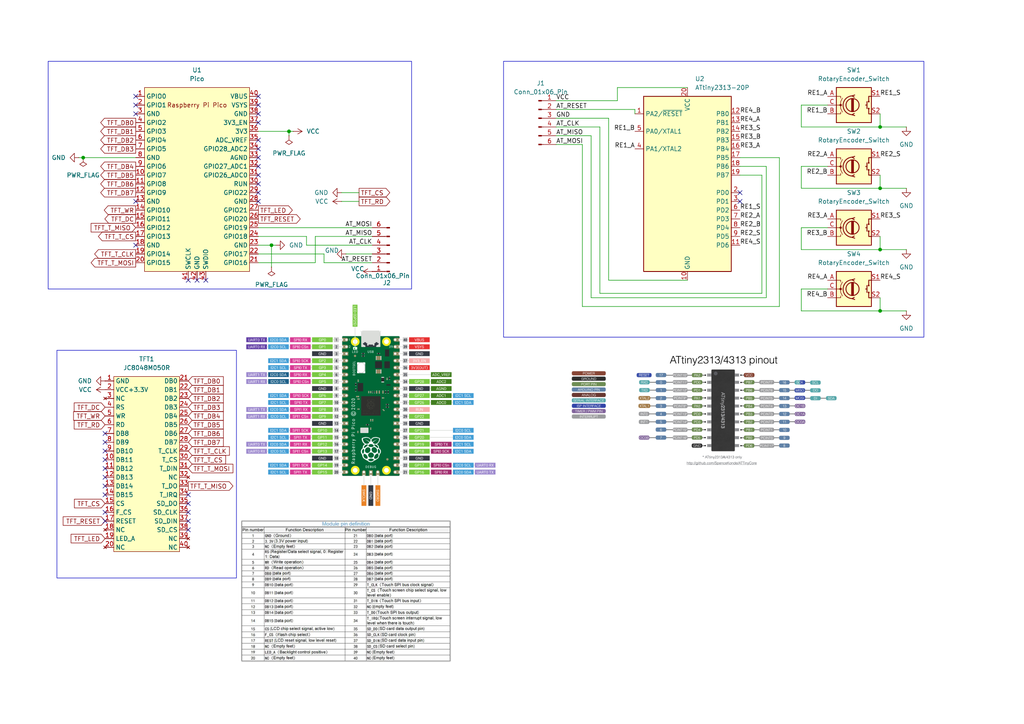
<source format=kicad_sch>
(kicad_sch (version 20231120) (generator "eeschema") (generator_version "8.0")
  (paper "A4")
  (title_block (title "FakeDeck - StreamDeck+") (company "syuchan1005"))
  (lib_symbols
    (symbol "Connector:Conn_01x06_Pin" (pin_names (offset 1.016) hide)
      (property "Reference" "J" (at 0 7.62 0))
      (property "Value" "Conn_01x06_Pin" (at 0 -10.16 0))
      (symbol "Conn_01x06_Pin_1_1"
        (polyline (pts (xy 1.27 -7.62) (xy 0.8636 -7.62)) (stroke (width 0.1524)))
        (polyline (pts (xy 1.27 -5.08) (xy 0.8636 -5.08)) (stroke (width 0.1524)))
        (polyline (pts (xy 1.27 -2.54) (xy 0.8636 -2.54)) (stroke (width 0.1524)))
        (polyline (pts (xy 1.27 0) (xy 0.8636 0)) (stroke (width 0.1524)))
        (polyline (pts (xy 1.27 2.54) (xy 0.8636 2.54)) (stroke (width 0.1524)))
        (polyline (pts (xy 1.27 5.08) (xy 0.8636 5.08)) (stroke (width 0.1524)))
        (rectangle (start 0.8636 -7.493) (end 0 -7.747) (stroke (width 0.1524)) (fill (type outline)))
        (rectangle (start 0.8636 -4.953) (end 0 -5.207) (stroke (width 0.1524)) (fill (type outline)))
        (rectangle (start 0.8636 -2.413) (end 0 -2.667) (stroke (width 0.1524)) (fill (type outline)))
        (rectangle (start 0.8636 0.127) (end 0 -0.127) (stroke (width 0.1524)) (fill (type outline)))
        (rectangle (start 0.8636 2.667) (end 0 2.413) (stroke (width 0.1524)) (fill (type outline)))
        (rectangle (start 0.8636 5.207) (end 0 4.953) (stroke (width 0.1524)) (fill (type outline)))
        (pin passive line (at 5.08 5.08 180) (length 3.81) (name "Pin_1") (number "1"))
        (pin passive line (at 5.08 2.54 180) (length 3.81) (name "Pin_2") (number "2"))
        (pin passive line (at 5.08 0 180) (length 3.81) (name "Pin_3") (number "3"))
        (pin passive line (at 5.08 -2.54 180) (length 3.81) (name "Pin_4") (number "4"))
        (pin passive line (at 5.08 -5.08 180) (length 3.81) (name "Pin_5") (number "5"))
        (pin passive line (at 5.08 -7.62 180) (length 3.81) (name "Pin_6") (number "6"))
      )
    )
    (symbol "Device:RotaryEncoder_Switch" (pin_names (offset 0.254) hide)
      (property "Reference" "SW" (at 0 6.604 0))
      (property "Value" "RotaryEncoder_Switch" (at 0 -6.604 0))
      (symbol "RotaryEncoder_Switch_0_1"
        (rectangle (start -5.08 5.08) (end 5.08 -5.08) (stroke (width 0.254)) (fill (type background)))
        (circle (center -3.81 0) (radius 0.254) (fill (type outline)))
        (circle (center -0.381 0) (radius 1.905) (stroke (width 0.254)))
        (arc (start -0.381 2.667) (mid -3.0988 -0.0635) (end -0.381 -2.794) (stroke (width 0.254)))
        (polyline (pts (xy -0.635 -1.778) (xy -0.635 1.778)) (stroke (width 0.254)))
        (polyline (pts (xy -0.381 -1.778) (xy -0.381 1.778)) (stroke (width 0.254)))
        (polyline (pts (xy -0.127 1.778) (xy -0.127 -1.778)) (stroke (width 0.254)))
        (polyline (pts (xy 3.81 0) (xy 3.429 0)) (stroke (width 0.254)))
        (polyline (pts (xy 3.81 1.016) (xy 3.81 -1.016)) (stroke (width 0.254)))
        (polyline (pts (xy -5.08 -2.54) (xy -3.81 -2.54) (xy -3.81 -2.032)))
        (polyline (pts (xy -5.08 2.54) (xy -3.81 2.54) (xy -3.81 2.032)))
        (polyline (pts (xy 0.254 -3.048) (xy -0.508 -2.794) (xy 0.127 -2.413)) (stroke (width 0.254)))
        (polyline (pts (xy 0.254 2.921) (xy -0.508 2.667) (xy 0.127 2.286)) (stroke (width 0.254)))
        (polyline (pts (xy 5.08 -2.54) (xy 4.318 -2.54) (xy 4.318 -1.016)) (stroke (width 0.254)))
        (polyline (pts (xy 5.08 2.54) (xy 4.318 2.54) (xy 4.318 1.016)) (stroke (width 0.254)))
        (polyline (pts (xy -5.08 0) (xy -3.81 0) (xy -3.81 -1.016) (xy -3.302 -2.032)))
        (polyline (pts (xy -4.318 0) (xy -3.81 0) (xy -3.81 1.016) (xy -3.302 2.032)))
        (circle (center 4.318 -1.016) (radius 0.127) (stroke (width 0.254)))
        (circle (center 4.318 1.016) (radius 0.127) (stroke (width 0.254)))
      )
      (symbol "RotaryEncoder_Switch_1_1"
        (pin passive line (at -7.62 2.54 0) (length 2.54) (name "A") (number "A"))
        (pin passive line (at -7.62 -2.54 0) (length 2.54) (name "B") (number "B"))
        (pin passive line (at -7.62 0 0) (length 2.54) (name "C") (number "C"))
        (pin passive line (at 7.62 2.54 180) (length 2.54) (name "S1") (number "S1"))
        (pin passive line (at 7.62 -2.54 180) (length 2.54) (name "S2") (number "S2"))
      )
    )
    (symbol "MCU_Microchip_ATtiny:ATtiny2313-20P"
      (property "Reference" "U" (at -12.7 26.67 0))
      (property "Value" "ATtiny2313-20P" (at 2.54 -26.67 0))
      (symbol "ATtiny2313-20P_0_1"
        (rectangle (start -12.7 -25.4) (end 12.7 25.4) (stroke (width 0.254)) (fill (type background)))
      )
      (symbol "ATtiny2313-20P_1_1"
        (pin bidirectional line (at -15.24 20.32 0) (length 2.54) (name "PA2/~{RESET}") (number "1"))
        (pin power_in line (at 0 -27.94 90) (length 2.54) (name "GND") (number "10"))
        (pin bidirectional line (at 15.24 -17.78 180) (length 2.54) (name "PD6") (number "11"))
        (pin bidirectional line (at 15.24 20.32 180) (length 2.54) (name "PB0") (number "12"))
        (pin bidirectional line (at 15.24 17.78 180) (length 2.54) (name "PB1") (number "13"))
        (pin bidirectional line (at 15.24 15.24 180) (length 2.54) (name "PB2") (number "14"))
        (pin bidirectional line (at 15.24 12.7 180) (length 2.54) (name "PB3") (number "15"))
        (pin bidirectional line (at 15.24 10.16 180) (length 2.54) (name "PB4") (number "16"))
        (pin bidirectional line (at 15.24 7.62 180) (length 2.54) (name "PB5") (number "17"))
        (pin bidirectional line (at 15.24 5.08 180) (length 2.54) (name "PB6") (number "18"))
        (pin bidirectional line (at 15.24 2.54 180) (length 2.54) (name "PB7") (number "19"))
        (pin bidirectional line (at 15.24 -2.54 180) (length 2.54) (name "PD0") (number "2"))
        (pin power_in line (at 0 27.94 270) (length 2.54) (name "VCC") (number "20"))
        (pin bidirectional line (at 15.24 -5.08 180) (length 2.54) (name "PD1") (number "3"))
        (pin bidirectional line (at -15.24 10.16 0) (length 2.54) (name "PA1/XTAL2") (number "4"))
        (pin bidirectional line (at -15.24 15.24 0) (length 2.54) (name "PA0/XTAL1") (number "5"))
        (pin bidirectional line (at 15.24 -7.62 180) (length 2.54) (name "PD2") (number "6"))
        (pin bidirectional line (at 15.24 -10.16 180) (length 2.54) (name "PD3") (number "7"))
        (pin bidirectional line (at 15.24 -12.7 180) (length 2.54) (name "PD4") (number "8"))
        (pin bidirectional line (at 15.24 -15.24 180) (length 2.54) (name "PD5") (number "9"))
      )
    )
    (symbol "MCU_RaspberryPi_and_Boards:Pico"
      (property "Reference" "U" (at -13.97 27.94 0))
      (property "Value" "Pico" (at 0 19.05 0))
      (symbol "Pico_0_0"
        (text "Raspberry Pi Pico" (at 0 21.59 0) (effects (font (size 1.27 1.27))))
      )
      (symbol "Pico_0_1"
        (rectangle (start -15.24 26.67) (end 15.24 -26.67) (fill (type background)))
      )
      (symbol "Pico_1_1"
        (pin bidirectional line (at -17.78 24.13 0) (length 2.54) (name "GPIO0") (number "1"))
        (pin bidirectional line (at -17.78 1.27 0) (length 2.54) (name "GPIO7") (number "10"))
        (pin bidirectional line (at -17.78 -1.27 0) (length 2.54) (name "GPIO8") (number "11"))
        (pin bidirectional line (at -17.78 -3.81 0) (length 2.54) (name "GPIO9") (number "12"))
        (pin power_in line (at -17.78 -6.35 0) (length 2.54) (name "GND") (number "13"))
        (pin bidirectional line (at -17.78 -8.89 0) (length 2.54) (name "GPIO10") (number "14"))
        (pin bidirectional line (at -17.78 -11.43 0) (length 2.54) (name "GPIO11") (number "15"))
        (pin bidirectional line (at -17.78 -13.97 0) (length 2.54) (name "GPIO12") (number "16"))
        (pin bidirectional line (at -17.78 -16.51 0) (length 2.54) (name "GPIO13") (number "17"))
        (pin power_in line (at -17.78 -19.05 0) (length 2.54) (name "GND") (number "18"))
        (pin bidirectional line (at -17.78 -21.59 0) (length 2.54) (name "GPIO14") (number "19"))
        (pin bidirectional line (at -17.78 21.59 0) (length 2.54) (name "GPIO1") (number "2"))
        (pin bidirectional line (at -17.78 -24.13 0) (length 2.54) (name "GPIO15") (number "20"))
        (pin bidirectional line (at 17.78 -24.13 180) (length 2.54) (name "GPIO16") (number "21"))
        (pin bidirectional line (at 17.78 -21.59 180) (length 2.54) (name "GPIO17") (number "22"))
        (pin power_in line (at 17.78 -19.05 180) (length 2.54) (name "GND") (number "23"))
        (pin bidirectional line (at 17.78 -16.51 180) (length 2.54) (name "GPIO18") (number "24"))
        (pin bidirectional line (at 17.78 -13.97 180) (length 2.54) (name "GPIO19") (number "25"))
        (pin bidirectional line (at 17.78 -11.43 180) (length 2.54) (name "GPIO20") (number "26"))
        (pin bidirectional line (at 17.78 -8.89 180) (length 2.54) (name "GPIO21") (number "27"))
        (pin power_in line (at 17.78 -6.35 180) (length 2.54) (name "GND") (number "28"))
        (pin bidirectional line (at 17.78 -3.81 180) (length 2.54) (name "GPIO22") (number "29"))
        (pin power_in line (at -17.78 19.05 0) (length 2.54) (name "GND") (number "3"))
        (pin input line (at 17.78 -1.27 180) (length 2.54) (name "RUN") (number "30"))
        (pin bidirectional line (at 17.78 1.27 180) (length 2.54) (name "GPIO26_ADC0") (number "31"))
        (pin bidirectional line (at 17.78 3.81 180) (length 2.54) (name "GPIO27_ADC1") (number "32"))
        (pin power_in line (at 17.78 6.35 180) (length 2.54) (name "AGND") (number "33"))
        (pin bidirectional line (at 17.78 8.89 180) (length 2.54) (name "GPIO28_ADC2") (number "34"))
        (pin power_in line (at 17.78 11.43 180) (length 2.54) (name "ADC_VREF") (number "35"))
        (pin power_in line (at 17.78 13.97 180) (length 2.54) (name "3V3") (number "36"))
        (pin input line (at 17.78 16.51 180) (length 2.54) (name "3V3_EN") (number "37"))
        (pin bidirectional line (at 17.78 19.05 180) (length 2.54) (name "GND") (number "38"))
        (pin power_in line (at 17.78 21.59 180) (length 2.54) (name "VSYS") (number "39"))
        (pin bidirectional line (at -17.78 16.51 0) (length 2.54) (name "GPIO2") (number "4"))
        (pin power_in line (at 17.78 24.13 180) (length 2.54) (name "VBUS") (number "40"))
        (pin input line (at -2.54 -29.21 90) (length 2.54) (name "SWCLK") (number "41"))
        (pin power_in line (at 0 -29.21 90) (length 2.54) (name "GND") (number "42"))
        (pin bidirectional line (at 2.54 -29.21 90) (length 2.54) (name "SWDIO") (number "43"))
        (pin bidirectional line (at -17.78 13.97 0) (length 2.54) (name "GPIO3") (number "5"))
        (pin bidirectional line (at -17.78 11.43 0) (length 2.54) (name "GPIO4") (number "6"))
        (pin bidirectional line (at -17.78 8.89 0) (length 2.54) (name "GPIO5") (number "7"))
        (pin power_in line (at -17.78 6.35 0) (length 2.54) (name "GND") (number "8"))
        (pin bidirectional line (at -17.78 3.81 0) (length 2.54) (name "GPIO6") (number "9"))
      )
    )
    (symbol "TFT:JC8048M050R"
      (property "Reference" "TFT" (at -8.128 26.924 0))
      (property "Value" "JC8048M050R" (at 2.286 26.924 0))
      (symbol "JC8048M050R_0_0"
        (pin power_in line (at -12.7 24.13 0) (length 2.54) (name "GND") (number "1"))
        (pin input line (at -12.7 1.27 0) (length 2.54) (name "DB11") (number "10"))
        (pin input line (at -12.7 -1.27 0) (length 2.54) (name "DB12") (number "11"))
        (pin input line (at -12.7 -3.81 0) (length 2.54) (name "DB13") (number "12"))
        (pin input line (at -12.7 -6.35 0) (length 2.54) (name "DB14") (number "13"))
        (pin input line (at -12.7 -8.89 0) (length 2.54) (name "DB15") (number "14"))
        (pin input line (at -12.7 -11.43 0) (length 2.54) (name "CS") (number "15"))
        (pin input line (at -12.7 -13.97 0) (length 2.54) (name "F_CS") (number "16"))
        (pin input line (at -12.7 -16.51 0) (length 2.54) (name "RESET") (number "17"))
        (pin no_connect line (at -12.7 -19.05 0) (length 2.54) (name "NC") (number "18"))
        (pin power_in line (at -12.7 21.59 0) (length 2.54) (name "VCC+3.3V") (number "2"))
        (pin no_connect line (at -12.7 -24.13 0) (length 2.54) (name "NC") (number "20"))
        (pin input line (at 11.43 24.13 180) (length 2.54) (name "DB0") (number "21"))
        (pin input line (at 11.43 21.59 180) (length 2.54) (name "DB1") (number "22"))
        (pin input line (at 11.43 19.05 180) (length 2.54) (name "DB2") (number "23"))
        (pin input line (at 11.43 16.51 180) (length 2.54) (name "DB3") (number "24"))
        (pin input line (at 11.43 13.97 180) (length 2.54) (name "DB4") (number "25"))
        (pin input line (at 11.43 11.43 180) (length 2.54) (name "DB5") (number "26"))
        (pin input line (at 11.43 8.89 180) (length 2.54) (name "DB6") (number "27"))
        (pin input line (at 11.43 6.35 180) (length 2.54) (name "DB7") (number "28"))
        (pin input line (at 11.43 3.81 180) (length 2.54) (name "T_CLK") (number "29"))
        (pin no_connect line (at -12.7 19.05 0) (length 2.54) (name "NC") (number "3"))
        (pin input line (at 11.43 1.27 180) (length 2.54) (name "T_CS") (number "30"))
        (pin input line (at 11.43 -1.27 180) (length 2.54) (name "T_DIN") (number "31"))
        (pin no_connect line (at 11.43 -3.81 180) (length 2.54) (name "NC") (number "32"))
        (pin output line (at 11.43 -6.35 180) (length 2.54) (name "T_DO") (number "33"))
        (pin output line (at 11.43 -8.89 180) (length 2.54) (name "T_IRQ") (number "34"))
        (pin output line (at 11.43 -11.43 180) (length 2.54) (name "SD_DO") (number "35"))
        (pin input line (at 11.43 -13.97 180) (length 2.54) (name "SD_CLK") (number "36"))
        (pin input line (at 11.43 -16.51 180) (length 2.54) (name "SD_DIN") (number "37"))
        (pin input line (at 11.43 -19.05 180) (length 2.54) (name "SD_CS") (number "38"))
        (pin no_connect line (at 11.43 -21.59 180) (length 2.54) (name "NC") (number "39"))
        (pin input line (at -12.7 16.51 0) (length 2.54) (name "RS") (number "4"))
        (pin no_connect line (at 11.43 -24.13 180) (length 2.54) (name "NC") (number "40"))
        (pin input line (at -12.7 13.97 0) (length 2.54) (name "WR") (number "5"))
        (pin input line (at -12.7 11.43 0) (length 2.54) (name "RD") (number "6"))
        (pin input line (at -12.7 8.89 0) (length 2.54) (name "DB8") (number "7"))
        (pin input line (at -12.7 6.35 0) (length 2.54) (name "DB9") (number "8"))
        (pin input line (at -12.7 3.81 0) (length 2.54) (name "DB10") (number "9"))
      )
      (symbol "JC8048M050R_1_0"
        (pin input line (at -12.7 -21.59 0) (length 2.54) (name "LED_A") (number "19"))
      )
      (symbol "JC8048M050R_1_1"
        (rectangle (start -10.16 25.4) (end 8.89 -25.4) (fill (type background)))
      )
    )
    (symbol "power:GND" (power) (pin_numbers hide) (pin_names (offset 0) hide)
      (property "Value" "GND" (at 0 -3.81 0))
      (symbol "GND_0_1"
        (polyline (pts (xy 0 0) (xy 0 -1.27) (xy 1.27 -1.27) (xy 0 -2.54) (xy -1.27 -1.27) (xy 0 -1.27)))
      )
      (symbol "GND_1_1"
        (pin power_in line (at 0 0 270) (length 0) (name "~") (number "1"))
      )
    )
    (symbol "power:PWR_FLAG" (power) (pin_numbers hide) (pin_names (offset 0) hide)
      (property "Value" "PWR_FLAG" (at 0 3.81 0))
      (symbol "PWR_FLAG_0_0"
        (pin power_out line (at 0 0 90) (length 0) (name "~") (number "1"))
      )
      (symbol "PWR_FLAG_0_1"
        (polyline (pts (xy 0 0) (xy 0 1.27) (xy -1.016 1.905) (xy 0 2.54) (xy 1.016 1.905) (xy 0 1.27)))
      )
    )
    (symbol "power:VCC" (power) (pin_numbers hide) (pin_names (offset 0) hide)
      (property "Value" "VCC" (at 0 3.556 0))
      (symbol "VCC_0_1"
        (polyline (pts (xy -0.762 1.27) (xy 0 2.54)))
        (polyline (pts (xy 0 0) (xy 0 2.54)))
        (polyline (pts (xy 0 2.54) (xy 0.762 1.27)))
      )
      (symbol "VCC_1_1"
        (pin power_in line (at 0 0 90) (length 0) (name "~") (number "1"))
      )
    )
  )
  (junction (at 255.27 90.17))
  (junction (at 255.27 72.39))
  (junction (at 78.74 71.12))
  (junction (at 255.27 36.83))
  (junction (at 255.27 54.61))
  (junction (at 83.82 38.1))
  (junction (at 24.13 45.72))
  (no_connect (at 54.61 153.67))
  (no_connect (at 30.48 151.13))
  (no_connect (at 74.93 50.8))
  (no_connect (at 30.48 140.97))
  (no_connect (at 39.37 33.02))
  (no_connect (at 214.63 55.88))
  (no_connect (at 39.37 71.12))
  (no_connect (at 57.15 81.28))
  (no_connect (at 30.48 135.89))
  (no_connect (at 54.61 148.59))
  (no_connect (at 54.61 146.05))
  (no_connect (at 39.37 58.42))
  (no_connect (at 74.93 43.18))
  (no_connect (at 74.93 53.34))
  (no_connect (at 74.93 45.72))
  (no_connect (at 54.61 81.28))
  (no_connect (at 30.48 130.81))
  (no_connect (at 74.93 55.88))
  (no_connect (at 39.37 27.94))
  (no_connect (at 74.93 27.94))
  (no_connect (at 74.93 40.64))
  (no_connect (at 54.61 151.13))
  (no_connect (at 30.48 125.73))
  (no_connect (at 74.93 58.42))
  (no_connect (at 30.48 148.59))
  (no_connect (at 214.63 58.42))
  (no_connect (at 30.48 138.43))
  (no_connect (at 74.93 30.48))
  (no_connect (at 74.93 33.02))
  (no_connect (at 30.48 128.27))
  (no_connect (at 59.69 81.28))
  (no_connect (at 74.93 48.26))
  (no_connect (at 30.48 133.35))
  (no_connect (at 30.48 143.51))
  (no_connect (at 74.93 35.56))
  (no_connect (at 39.37 30.48))
  (no_connect (at 54.61 143.51))
  (wire (pts (xy 240.03 66.04) (xy 232.41 66.04)))
  (wire (pts (xy 255.27 72.39) (xy 262.89 72.39)))
  (wire (pts (xy 176.53 81.28) (xy 176.53 34.29)))
  (wire (pts (xy 176.53 34.29) (xy 161.29 34.29)))
  (wire (pts (xy 24.13 45.72) (xy 22.86 45.72)))
  (wire (pts (xy 88.9 71.12) (xy 107.95 71.12)))
  (wire (pts (xy 93.98 76.2) (xy 107.95 76.2)))
  (wire (pts (xy 222.25 48.26) (xy 222.25 86.36)))
  (wire (pts (xy 179.07 29.21) (xy 161.29 29.21)))
  (wire (pts (xy 91.44 68.58) (xy 107.95 68.58)))
  (wire (pts (xy 168.91 88.9) (xy 168.91 41.91)))
  (wire (pts (xy 232.41 48.26) (xy 232.41 54.61)))
  (wire (pts (xy 214.63 48.26) (xy 222.25 48.26)))
  (wire (pts (xy 173.99 36.83) (xy 161.29 36.83)))
  (wire (pts (xy 99.06 58.42) (xy 104.14 58.42)))
  (wire (pts (xy 232.41 30.48) (xy 232.41 36.83)))
  (wire (pts (xy 184.15 31.75) (xy 161.29 31.75)))
  (wire (pts (xy 74.93 76.2) (xy 91.44 76.2)))
  (wire (pts (xy 173.99 85.09) (xy 173.99 36.83)))
  (wire (pts (xy 74.93 73.66) (xy 93.98 73.66)))
  (wire (pts (xy 83.82 39.37) (xy 83.82 38.1)))
  (wire (pts (xy 93.98 73.66) (xy 93.98 76.2)))
  (wire (pts (xy 255.27 68.58) (xy 255.27 72.39)))
  (wire (pts (xy 255.27 90.17) (xy 262.89 90.17)))
  (wire (pts (xy 232.41 36.83) (xy 255.27 36.83)))
  (wire (pts (xy 255.27 54.61) (xy 262.89 54.61)))
  (wire (pts (xy 100.33 73.66) (xy 107.95 73.66)))
  (wire (pts (xy 74.93 68.58) (xy 88.9 68.58)))
  (wire (pts (xy 199.39 81.28) (xy 176.53 81.28)))
  (wire (pts (xy 74.93 38.1) (xy 83.82 38.1)))
  (wire (pts (xy 78.74 71.12) (xy 80.01 71.12)))
  (wire (pts (xy 214.63 45.72) (xy 226.06 45.72)))
  (wire (pts (xy 220.98 85.09) (xy 173.99 85.09)))
  (wire (pts (xy 91.44 76.2) (xy 91.44 68.58)))
  (wire (pts (xy 83.82 38.1) (xy 85.09 38.1)))
  (wire (pts (xy 255.27 86.36) (xy 255.27 90.17)))
  (wire (pts (xy 255.27 36.83) (xy 262.89 36.83)))
  (wire (pts (xy 255.27 33.02) (xy 255.27 36.83)))
  (wire (pts (xy 232.41 90.17) (xy 255.27 90.17)))
  (wire (pts (xy 255.27 50.8) (xy 255.27 54.61)))
  (wire (pts (xy 171.45 86.36) (xy 171.45 39.37)))
  (wire (pts (xy 220.98 50.8) (xy 220.98 85.09)))
  (wire (pts (xy 222.25 86.36) (xy 171.45 86.36)))
  (wire (pts (xy 171.45 39.37) (xy 161.29 39.37)))
  (wire (pts (xy 226.06 45.72) (xy 226.06 88.9)))
  (wire (pts (xy 240.03 48.26) (xy 232.41 48.26)))
  (wire (pts (xy 199.39 25.4) (xy 179.07 25.4)))
  (wire (pts (xy 232.41 54.61) (xy 255.27 54.61)))
  (wire (pts (xy 179.07 25.4) (xy 179.07 29.21)))
  (wire (pts (xy 232.41 66.04) (xy 232.41 72.39)))
  (wire (pts (xy 168.91 41.91) (xy 161.29 41.91)))
  (wire (pts (xy 226.06 88.9) (xy 168.91 88.9)))
  (wire (pts (xy 232.41 83.82) (xy 232.41 90.17)))
  (wire (pts (xy 240.03 30.48) (xy 232.41 30.48)))
  (wire (pts (xy 232.41 72.39) (xy 255.27 72.39)))
  (wire (pts (xy 240.03 83.82) (xy 232.41 83.82)))
  (wire (pts (xy 184.15 33.02) (xy 184.15 31.75)))
  (wire (pts (xy 78.74 77.47) (xy 78.74 71.12)))
  (wire (pts (xy 99.06 55.88) (xy 104.14 55.88)))
  (wire (pts (xy 24.13 45.72) (xy 39.37 45.72)))
  (wire (pts (xy 214.63 50.8) (xy 220.98 50.8)))
  (wire (pts (xy 88.9 68.58) (xy 88.9 71.12)))
  (wire (pts (xy 74.93 71.12) (xy 78.74 71.12)))
  (wire (pts (xy 74.93 66.04) (xy 107.95 66.04)))
  (rectangle (start 146.05 17.78) (end 267.97 97.79))
  (rectangle (start 13.97 17.78) (end 119.38 83.82))
  (rectangle (start 16.51 101.6) (end 68.58 167.64))
  (image (at 210.82 120.65) (scale 0.0723589))
  (image (at 100.33 171.45) (scale 0.959156))
  (image (at 107.95 116.84) (scale 0.248069))
  (label "AT_MOSI" (at 161.29 41.91 0))
  (label "AT_MISO" (at 107.95 68.58 180))
  (label "AT_RESET" (at 161.29 31.75 0))
  (label "AT_CLK" (at 107.95 71.12 180))
  (label "RE1_S" (at 255.27 27.94 0))
  (label "RE3_B" (at 214.63 40.64 0))
  (label "RE1_B" (at 184.15 38.1 180))
  (label "GND" (at 161.29 34.29 0))
  (label "VCC" (at 161.29 29.21 0))
  (label "RE3_A" (at 240.03 63.5 180))
  (label "RE3_A" (at 214.63 43.18 0))
  (label "RE2_S" (at 255.27 45.72 0))
  (label "AT_RESET" (at 107.95 76.2 180))
  (label "RE4_B" (at 240.03 86.36 180))
  (label "RE2_B" (at 240.03 50.8 180))
  (label "RE2_A" (at 214.63 63.5 0))
  (label "RE1_A" (at 240.03 27.94 180))
  (label "RE2_B" (at 214.63 66.04 0))
  (label "RE1_A" (at 184.15 43.18 180))
  (label "RE4_B" (at 214.63 33.02 0))
  (label "RE1_S" (at 214.63 60.96 0))
  (label "RE4_S" (at 255.27 81.28 0))
  (label "RE1_B" (at 240.03 33.02 180))
  (label "RE4_S" (at 214.63 71.12 0))
  (label "AT_MISO" (at 161.29 39.37 0))
  (label "RE3_S" (at 255.27 63.5 0))
  (label "AT_MOSI" (at 107.95 66.04 180))
  (label "RE2_A" (at 240.03 45.72 180))
  (label "RE4_A" (at 240.03 81.28 180))
  (label "RE4_A" (at 214.63 35.56 0))
  (label "AT_CLK" (at 161.29 36.83 0))
  (label "RE3_B" (at 240.03 68.58 180))
  (label "RE3_S" (at 214.63 38.1 0))
  (label "RE2_S" (at 214.63 68.58 0))
  (global_label "TFT_T_CLK" (shape input) (at 54.61 130.81 0) (property "Intersheetrefs" "${INTERSHEET_REFS}" (effects (hide yes))))
  (global_label "TFT_DB4" (shape input) (at 54.61 120.65 0) (property "Intersheetrefs" "${INTERSHEET_REFS}" (effects (hide yes))))
  (global_label "TFT_T_MOSI" (shape input) (at 54.61 135.89 0) (property "Intersheetrefs" "${INTERSHEET_REFS}" (effects (hide yes))))
  (global_label "TFT_WR" (shape input) (at 30.48 120.65 180) (property "Intersheetrefs" "${INTERSHEET_REFS}" (effects (hide yes))))
  (global_label "TFT_DB2" (shape input) (at 54.61 115.57 0) (property "Intersheetrefs" "${INTERSHEET_REFS}" (effects (hide yes))))
  (global_label "TFT_DB1" (shape output) (at 39.37 38.1 180) (property "Intersheetrefs" "${INTERSHEET_REFS}" (effects (hide yes))))
  (global_label "TFT_LED" (shape input) (at 30.48 156.21 180) (property "Intersheetrefs" "${INTERSHEET_REFS}" (effects (hide yes))))
  (global_label "TFT_DB6" (shape input) (at 54.61 125.73 0) (property "Intersheetrefs" "${INTERSHEET_REFS}" (effects (hide yes))))
  (global_label "TFT_DB5" (shape output) (at 39.37 50.8 180) (property "Intersheetrefs" "${INTERSHEET_REFS}" (effects (hide yes))))
  (global_label "TFT_DB2" (shape output) (at 39.37 40.64 180) (property "Intersheetrefs" "${INTERSHEET_REFS}" (effects (hide yes))))
  (global_label "TFT_T_CLK" (shape output) (at 39.37 73.66 180) (property "Intersheetrefs" "${INTERSHEET_REFS}" (effects (hide yes))))
  (global_label "TFT_RESET" (shape input) (at 30.48 151.13 180) (property "Intersheetrefs" "${INTERSHEET_REFS}" (effects (hide yes))))
  (global_label "TFT_RD" (shape input) (at 30.48 123.19 180) (property "Intersheetrefs" "${INTERSHEET_REFS}" (effects (hide yes))))
  (global_label "TFT_DB4" (shape output) (at 39.37 48.26 180) (property "Intersheetrefs" "${INTERSHEET_REFS}" (effects (hide yes))))
  (global_label "TFT_CS" (shape input) (at 30.48 146.05 180) (property "Intersheetrefs" "${INTERSHEET_REFS}" (effects (hide yes))))
  (global_label "TFT_LED" (shape output) (at 74.93 60.96 0) (property "Intersheetrefs" "${INTERSHEET_REFS}" (effects (hide yes))))
  (global_label "TFT_DB6" (shape output) (at 39.37 53.34 180) (property "Intersheetrefs" "${INTERSHEET_REFS}" (effects (hide yes))))
  (global_label "TFT_DB5" (shape input) (at 54.61 123.19 0) (property "Intersheetrefs" "${INTERSHEET_REFS}" (effects (hide yes))))
  (global_label "TFT_T_MOSI" (shape output) (at 39.37 76.2 180) (property "Intersheetrefs" "${INTERSHEET_REFS}" (effects (hide yes))))
  (global_label "TFT_DB1" (shape input) (at 54.61 113.03 0) (property "Intersheetrefs" "${INTERSHEET_REFS}" (effects (hide yes))))
  (global_label "TFT_DB3" (shape input) (at 54.61 118.11 0) (property "Intersheetrefs" "${INTERSHEET_REFS}" (effects (hide yes))))
  (global_label "TFT_DB0" (shape output) (at 39.37 35.56 180) (property "Intersheetrefs" "${INTERSHEET_REFS}" (effects (hide yes))))
  (global_label "TFT_RD" (shape output) (at 104.14 58.42 0) (property "Intersheetrefs" "${INTERSHEET_REFS}" (effects (hide yes))))
  (global_label "TFT_WR" (shape output) (at 39.37 60.96 180) (property "Intersheetrefs" "${INTERSHEET_REFS}" (effects (hide yes))))
  (global_label "TFT_DB3" (shape output) (at 39.37 43.18 180) (property "Intersheetrefs" "${INTERSHEET_REFS}" (effects (hide yes))))
  (global_label "TFT_CS" (shape output) (at 104.14 55.88 0) (property "Intersheetrefs" "${INTERSHEET_REFS}" (effects (hide yes))))
  (global_label "TFT_DC" (shape output) (at 39.37 63.5 180) (property "Intersheetrefs" "${INTERSHEET_REFS}" (effects (hide yes))))
  (global_label "TFT_DB7" (shape output) (at 39.37 55.88 180) (property "Intersheetrefs" "${INTERSHEET_REFS}" (effects (hide yes))))
  (global_label "TFT_T_CS" (shape input) (at 54.61 133.35 0) (property "Intersheetrefs" "${INTERSHEET_REFS}" (effects (hide yes))))
  (global_label "TFT_RESET" (shape output) (at 74.93 63.5 0) (property "Intersheetrefs" "${INTERSHEET_REFS}" (effects (hide yes))))
  (global_label "TFT_T_MISO" (shape input) (at 39.37 66.04 180) (property "Intersheetrefs" "${INTERSHEET_REFS}" (effects (hide yes))))
  (global_label "TFT_DB0" (shape input) (at 54.61 110.49 0) (property "Intersheetrefs" "${INTERSHEET_REFS}" (effects (hide yes))))
  (global_label "TFT_DC" (shape input) (at 30.48 118.11 180) (property "Intersheetrefs" "${INTERSHEET_REFS}" (effects (hide yes))))
  (global_label "TFT_DB7" (shape input) (at 54.61 128.27 0) (property "Intersheetrefs" "${INTERSHEET_REFS}" (effects (hide yes))))
  (global_label "TFT_T_CS" (shape output) (at 39.37 68.58 180) (property "Intersheetrefs" "${INTERSHEET_REFS}" (effects (hide yes))))
  (global_label "TFT_T_MISO" (shape output) (at 54.61 140.97 0) (property "Intersheetrefs" "${INTERSHEET_REFS}" (effects (hide yes))))
  (symbol (lib_id "MCU_Microchip_ATtiny:ATtiny2313-20P") (at 199.39 53.34 0) (unit 1)
    (property "Reference" "U2" (at 201.5841 22.86 0) (effects (justify left)))
    (property "Value" "ATtiny2313-20P" (at 201.5841 25.4 0) (effects (justify left)))
    (property "Footprint" "Package_DIP:DIP-20_W7.62mm" (effects (hide yes)))
    (property "Datasheet" "http://ww1.microchip.com/downloads/en/DeviceDoc/Atmel-2543-AVR-ATtiny2313_Datasheet.pdf" (effects (hide yes)))
    (property "Description" "20MHz, 2kB Flash, 128B SRAM, 128B EEPROM, debugWIRE, DIP-20" (effects (hide yes)))
  )
  (symbol (lib_id "Device:RotaryEncoder_Switch") (at 247.65 66.04 0) (unit 1)
    (property "Reference" "SW3" (at 247.65 55.88 0))
    (property "Value" "RotaryEncoder_Switch" (at 247.65 58.42 0))
    (property "Footprint" "Rotary_Encoder_C:3D_RotaryEncoder_Bourns_Vertical_PEC12R-3x17F-Sxxxx" (effects (hide yes)))
    (property "Description" "Rotary encoder, dual channel, incremental quadrate outputs, with switch" (effects (hide yes)))
  )
  (symbol (lib_id "power:GND") (at 30.48 110.49 270) (unit 1)
    (property "Reference" "#PWR09" (effects (hide yes)))
    (property "Value" "GND" (at 26.67 110.4899 90) (effects (justify right)))
    (property "Description" "Power symbol creates a global label with name \"GND\" , ground" (effects (hide yes)))
  )
  (symbol (lib_id "power:VCC") (at 99.06 58.42 90) (unit 1)
    (property "Reference" "#PWR012" (effects (hide yes)))
    (property "Value" "VCC" (at 95.25 58.4199 90) (effects (justify left)))
    (property "Description" "Power symbol creates a global label with name \"VCC\"" (effects (hide yes)))
  )
  (symbol (lib_id "power:PWR_FLAG") (at 24.13 45.72 180) (unit 1)
    (property "Reference" "#FLG01" (effects (hide yes)))
    (property "Value" "PWR_FLAG" (at 24.13 50.8 0))
    (property "Description" "Special symbol for telling ERC where power comes from" (effects (hide yes)))
  )
  (symbol (lib_id "Connector:Conn_01x06_Pin") (at 113.03 73.66 180) (unit 1)
    (property "Reference" "J2" (at 110.998 82.042 0) (effects (justify right)))
    (property "Value" "Conn_01x06_Pin" (at 103.124 80.01 0) (effects (justify right)))
    (property "Footprint" "Connector_Pin_2.54mm_Castellated:PinHeader_Castellated_1x06_P2.54mm_Vertical" (effects (hide yes)))
    (property "Description" "Generic connector, single row, 01x06, script generated" (effects (hide yes)))
  )
  (symbol (lib_id "power:GND") (at 262.89 54.61 0) (unit 1)
    (property "Reference" "#PWR06" (effects (hide yes)))
    (property "Value" "GND" (at 262.89 59.69 0))
    (property "Description" "Power symbol creates a global label with name \"GND\" , ground" (effects (hide yes)))
  )
  (symbol (lib_id "power:GND") (at 80.01 71.12 90) (unit 1)
    (property "Reference" "#PWR013" (effects (hide yes)))
    (property "Value" "GND" (at 83.82 71.1199 90) (effects (justify right)))
    (property "Description" "Power symbol creates a global label with name \"GND\" , ground" (effects (hide yes)))
  )
  (symbol (lib_id "power:VCC") (at 30.48 113.03 90) (unit 1)
    (property "Reference" "#PWR010" (effects (hide yes)))
    (property "Value" "VCC" (at 26.67 113.0299 90) (effects (justify left)))
    (property "Description" "Power symbol creates a global label with name \"VCC\"" (effects (hide yes)))
  )
  (symbol (lib_id "MCU_RaspberryPi_and_Boards:Pico") (at 57.15 52.07 0) (unit 1)
    (property "Reference" "U1" (at 57.15 20.32 0))
    (property "Value" "Pico" (at 57.15 22.86 0))
    (property "Footprint" "MCU_RaspberryPi_and_Boards:RPi_Pico_SMD_TH" (effects (hide yes)))
  )
  (symbol (lib_id "power:VCC") (at 85.09 38.1 270) (unit 1)
    (property "Reference" "#PWR01" (effects (hide yes)))
    (property "Value" "VCC" (at 88.9 38.0999 90) (effects (justify left)))
    (property "Description" "Power symbol creates a global label with name \"VCC\"" (effects (hide yes)))
  )
  (symbol (lib_id "power:PWR_FLAG") (at 78.74 77.47 180) (unit 1)
    (property "Reference" "#FLG03" (effects (hide yes)))
    (property "Value" "PWR_FLAG" (at 78.74 82.55 0))
    (property "Description" "Special symbol for telling ERC where power comes from" (effects (hide yes)))
  )
  (symbol (lib_id "Device:RotaryEncoder_Switch") (at 247.65 48.26 0) (unit 1)
    (property "Reference" "SW2" (at 247.65 38.1 0))
    (property "Value" "RotaryEncoder_Switch" (at 247.65 40.64 0))
    (property "Footprint" "Rotary_Encoder_C:3D_RotaryEncoder_Bourns_Vertical_PEC12R-3x17F-Sxxxx" (effects (hide yes)))
    (property "Description" "Rotary encoder, dual channel, incremental quadrate outputs, with switch" (effects (hide yes)))
  )
  (symbol (lib_id "Device:RotaryEncoder_Switch") (at 247.65 83.82 0) (unit 1)
    (property "Reference" "SW4" (at 247.65 73.66 0))
    (property "Value" "RotaryEncoder_Switch" (at 247.65 76.2 0))
    (property "Footprint" "Rotary_Encoder_C:3D_RotaryEncoder_Bourns_Vertical_PEC12R-3x17F-Sxxxx" (effects (hide yes)))
    (property "Description" "Rotary encoder, dual channel, incremental quadrate outputs, with switch" (effects (hide yes)))
  )
  (symbol (lib_id "Connector:Conn_01x06_Pin") (at 156.21 34.29 0) (unit 1)
    (property "Reference" "J1" (at 156.845 24.13 0))
    (property "Value" "Conn_01x06_Pin" (at 156.845 26.67 0))
    (property "Footprint" "Connector_Pin_2.54mm_Castellated:PinHeader_Castellated_1x06_P2.54mm_Vertical" (effects (hide yes)))
    (property "Description" "Generic connector, single row, 01x06, script generated" (effects (hide yes)))
  )
  (symbol (lib_id "power:GND") (at 262.89 36.83 0) (unit 1)
    (property "Reference" "#PWR05" (effects (hide yes)))
    (property "Value" "GND" (at 262.89 41.91 0))
    (property "Description" "Power symbol creates a global label with name \"GND\" , ground" (effects (hide yes)))
  )
  (symbol (lib_id "power:GND") (at 262.89 72.39 0) (unit 1)
    (property "Reference" "#PWR07" (effects (hide yes)))
    (property "Value" "GND" (at 262.89 77.47 0))
    (property "Description" "Power symbol creates a global label with name \"GND\" , ground" (effects (hide yes)))
  )
  (symbol (lib_id "power:PWR_FLAG") (at 83.82 39.37 180) (unit 1)
    (property "Reference" "#FLG02" (effects (hide yes)))
    (property "Value" "PWR_FLAG" (at 83.82 44.45 0))
    (property "Description" "Special symbol for telling ERC where power comes from" (effects (hide yes)))
  )
  (symbol (lib_id "power:VCC") (at 107.95 78.74 90) (unit 1)
    (property "Reference" "#PWR03" (effects (hide yes)))
    (property "Value" "VCC" (at 105.664 77.978 90) (effects (justify left)))
    (property "Description" "Power symbol creates a global label with name \"VCC\"" (effects (hide yes)))
  )
  (symbol (lib_id "TFT:JC8048M050R") (at 43.18 134.62 0) (unit 1)
    (property "Reference" "TFT1" (at 42.545 104.14 0))
    (property "Value" "JC8048M050R" (at 42.545 106.68 0))
    (property "Footprint" "TFT:JC8048M050R_PinHeader" (effects (hide yes)))
    (property "Description" "TFT 5.0inch 800x480 touch" (effects (hide yes)))
  )
  (symbol (lib_id "power:GND") (at 100.33 73.66 270) (unit 1)
    (property "Reference" "#PWR04" (effects (hide yes)))
    (property "Value" "GND" (at 98.298 72.644 90) (effects (justify right)))
    (property "Description" "Power symbol creates a global label with name \"GND\" , ground" (effects (hide yes)))
  )
  (symbol (lib_id "power:GND") (at 22.86 45.72 270) (unit 1)
    (property "Reference" "#PWR02" (effects (hide yes)))
    (property "Value" "GND" (at 19.05 45.7201 90) (effects (justify right)))
    (property "Description" "Power symbol creates a global label with name \"GND\" , ground" (effects (hide yes)))
  )
  (symbol (lib_id "power:GND") (at 262.89 90.17 0) (unit 1)
    (property "Reference" "#PWR08" (effects (hide yes)))
    (property "Value" "GND" (at 262.89 95.25 0))
    (property "Description" "Power symbol creates a global label with name \"GND\" , ground" (effects (hide yes)))
  )
  (symbol (lib_id "power:GND") (at 99.06 55.88 270) (unit 1)
    (property "Reference" "#PWR011" (effects (hide yes)))
    (property "Value" "GND" (at 95.25 55.8799 90) (effects (justify right)))
    (property "Description" "Power symbol creates a global label with name \"GND\" , ground" (effects (hide yes)))
  )
  (symbol (lib_id "Device:RotaryEncoder_Switch") (at 247.65 30.48 0) (unit 1)
    (property "Reference" "SW1" (at 247.65 20.32 0))
    (property "Value" "RotaryEncoder_Switch" (at 247.65 22.86 0))
    (property "Footprint" "Rotary_Encoder_C:3D_RotaryEncoder_Bourns_Vertical_PEC12R-3x17F-Sxxxx" (effects (hide yes)))
    (property "Description" "Rotary encoder, dual channel, incremental quadrate outputs, with switch" (effects (hide yes)))
  )
)
</source>
